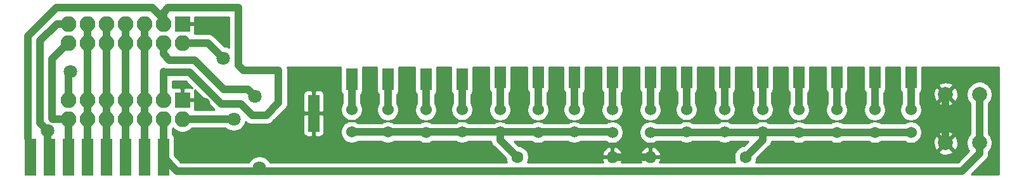
<source format=gbr>
G04 #@! TF.GenerationSoftware,KiCad,Pcbnew,(5.1.5)-3*
G04 #@! TF.CreationDate,2021-02-24T13:15:57+01:00*
G04 #@! TF.ProjectId,Projekt,50726f6a-656b-4742-9e6b-696361645f70,rev?*
G04 #@! TF.SameCoordinates,PX3778af0PY9765530*
G04 #@! TF.FileFunction,Copper,L2,Bot*
G04 #@! TF.FilePolarity,Positive*
%FSLAX46Y46*%
G04 Gerber Fmt 4.6, Leading zero omitted, Abs format (unit mm)*
G04 Created by KiCad (PCBNEW (5.1.5)-3) date 2021-02-24 13:15:57*
%MOMM*%
%LPD*%
G04 APERTURE LIST*
%ADD10R,1.500000X3.000000*%
%ADD11R,1.500000X5.000000*%
%ADD12C,1.524000*%
%ADD13O,2.100000X2.100000*%
%ADD14R,2.100000X2.100000*%
%ADD15C,1.600000*%
%ADD16O,1.600000X1.600000*%
%ADD17C,2.000000*%
%ADD18C,1.800000*%
%ADD19C,1.000000*%
%ADD20C,0.254000*%
G04 APERTURE END LIST*
D10*
X51562000Y15748000D03*
X91440000Y16002000D03*
X66548000Y16002000D03*
X56642000Y15748000D03*
D11*
X3810000Y5334000D03*
X6350000Y5334000D03*
X19050000Y5334000D03*
X16510000Y5334000D03*
X13970000Y5334000D03*
X11430000Y5334000D03*
X8890000Y5334000D03*
D10*
X96520000Y16002000D03*
X86614000Y16002000D03*
X76454000Y16002000D03*
X71628000Y16002000D03*
X81534000Y16002000D03*
X61468000Y15748000D03*
X46736000Y15748000D03*
D12*
X51562000Y8660000D03*
X51562000Y11660000D03*
X111506000Y8636000D03*
X111506000Y11636000D03*
X121412000Y8636000D03*
X121412000Y11636000D03*
D13*
X8890000Y10414000D03*
X8890000Y12954000D03*
X11430000Y10414000D03*
X11430000Y12954000D03*
X13970000Y10414000D03*
X13970000Y12954000D03*
X16510000Y10414000D03*
X16510000Y12954000D03*
X19050000Y10414000D03*
X19050000Y12954000D03*
X21590000Y10414000D03*
X21590000Y12954000D03*
X24130000Y10414000D03*
D14*
X24130000Y12954000D03*
D12*
X116586000Y8636000D03*
X116586000Y11636000D03*
D15*
X68834000Y5334000D03*
D16*
X81534000Y5334000D03*
D12*
X101600000Y8684000D03*
X101600000Y11684000D03*
X91440000Y8684000D03*
X91440000Y11684000D03*
X96520000Y8684000D03*
X96520000Y11684000D03*
X106426000Y8636000D03*
X106426000Y11636000D03*
D15*
X99314000Y5334000D03*
D16*
X86614000Y5334000D03*
D12*
X56642000Y8636000D03*
X56642000Y11636000D03*
D17*
X126056000Y13716000D03*
X130556000Y13716000D03*
X126056000Y7216000D03*
X130556000Y7216000D03*
D12*
X46736000Y8684000D03*
X46736000Y11684000D03*
X66548000Y8660000D03*
X66548000Y11660000D03*
X71628000Y8636000D03*
X71628000Y11636000D03*
X76454000Y8660000D03*
X76454000Y11660000D03*
X86614000Y8636000D03*
X86614000Y11636000D03*
X81534000Y8636000D03*
X81534000Y11636000D03*
X61468000Y8684000D03*
X61468000Y11684000D03*
D11*
X21590000Y5334000D03*
X41656000Y11176000D03*
D13*
X8890000Y20574000D03*
X8890000Y23114000D03*
X11430000Y20574000D03*
X11430000Y23114000D03*
X13970000Y20574000D03*
X13970000Y23114000D03*
X16510000Y20574000D03*
X16510000Y23114000D03*
X19050000Y20574000D03*
X19050000Y23114000D03*
X21590000Y20574000D03*
X21590000Y23114000D03*
X24130000Y20574000D03*
D14*
X24130000Y23114000D03*
D10*
X121412000Y16002000D03*
X116586000Y16002000D03*
X106426000Y16002000D03*
X101600000Y16002000D03*
X111506000Y16002000D03*
D18*
X33782000Y13462000D03*
X34412001Y3846000D03*
X84074000Y7112000D03*
X38608000Y6350000D03*
X28956000Y22860000D03*
X26924000Y12446000D03*
X30988000Y10414000D03*
X29605990Y18533037D03*
X9144000Y16764000D03*
X6096000Y8890000D03*
D19*
X46736000Y11684000D02*
X46736000Y15240000D01*
X51562000Y11660000D02*
X51562000Y15240000D01*
X56642000Y11636000D02*
X56642000Y15240000D01*
X61468000Y11684000D02*
X61468000Y15240000D01*
X66548000Y11660000D02*
X66548000Y15240000D01*
X71628000Y11636000D02*
X71628000Y15240000D01*
X76454000Y11660000D02*
X76454000Y15240000D01*
X81534000Y11636000D02*
X81534000Y15240000D01*
X86614000Y11636000D02*
X86614000Y15240000D01*
X96520000Y11684000D02*
X96520000Y15240000D01*
X91440000Y11684000D02*
X91440000Y15240000D01*
X101600000Y11684000D02*
X101600000Y15240000D01*
X130556000Y7216000D02*
X130556000Y13716000D01*
X128200223Y3446010D02*
X124337999Y3446010D01*
X21590000Y10414000D02*
X21590000Y6350000D01*
X32882001Y14361999D02*
X29667999Y14361999D01*
X25741998Y18288000D02*
X22391076Y18288000D01*
X33782000Y13462000D02*
X32882001Y14361999D01*
X130556000Y5801787D02*
X128200223Y3446010D01*
X21590000Y10414000D02*
X21590000Y8929076D01*
X22391076Y18288000D02*
X21590000Y19089076D01*
X21590000Y6350000D02*
X21590000Y5289340D01*
X23445341Y3433999D02*
X124337999Y3433999D01*
X29667999Y14361999D02*
X25741998Y18288000D01*
X21590000Y5289340D02*
X23445341Y3433999D01*
X130556000Y7216000D02*
X130556000Y5801787D01*
X21590000Y19089076D02*
X21590000Y20574000D01*
X19050000Y10414000D02*
X19050000Y6350000D01*
X19050000Y20574000D02*
X19050000Y23114000D01*
X19050000Y12954000D02*
X19050000Y20574000D01*
X19050000Y10414000D02*
X19050000Y12954000D01*
X16510000Y10414000D02*
X16510000Y6350000D01*
X16510000Y23114000D02*
X16510000Y10414000D01*
X11430000Y10414000D02*
X11430000Y6350000D01*
X11430000Y23114000D02*
X11430000Y10414000D01*
X6840000Y10414000D02*
X6739999Y10514001D01*
X8890000Y10414000D02*
X6840000Y10414000D01*
X6739999Y18423999D02*
X7840001Y19524001D01*
X7840001Y19524001D02*
X8890000Y20574000D01*
X6739999Y10514001D02*
X6739999Y18423999D01*
X8890000Y10414000D02*
X8890000Y6350000D01*
X106426000Y11636000D02*
X106426000Y15240000D01*
X111506000Y11636000D02*
X111506000Y15240000D01*
X116586000Y11636000D02*
X116586000Y15240000D01*
X121412000Y11636000D02*
X121412000Y15240000D01*
X46736000Y8684000D02*
X81486000Y8684000D01*
X66548000Y7620000D02*
X68834000Y5334000D01*
X66548000Y8660000D02*
X66548000Y7620000D01*
X81486000Y8684000D02*
X81534000Y8636000D01*
X86614000Y8636000D02*
X121412000Y8636000D01*
X101600000Y7620000D02*
X99314000Y5334000D01*
X101600000Y8684000D02*
X101600000Y7620000D01*
X13970000Y10414000D02*
X13970000Y6350000D01*
X13970000Y10414000D02*
X13970000Y23114000D01*
X81534000Y5334000D02*
X86614000Y5334000D01*
X126056000Y13716000D02*
X126056000Y7216000D01*
X21590000Y16764000D02*
X21652321Y16764000D01*
X29353242Y12414001D02*
X31948001Y12414001D01*
X3539979Y21511658D02*
X3539979Y7890021D01*
X21728331Y16687990D02*
X25079253Y16687990D01*
X31605990Y25264001D02*
X22255077Y25264001D01*
X36974010Y16873990D02*
X32285509Y16873990D01*
X31948001Y12414001D02*
X33440002Y10922000D01*
X21590000Y24598924D02*
X21590000Y23114000D01*
X33440002Y10922000D02*
X35306000Y10922000D01*
X22255077Y25264001D02*
X21590000Y24598924D01*
X25079253Y16687990D02*
X29353242Y12414001D01*
X36974010Y12590010D02*
X36974010Y16873990D01*
X21590000Y12954000D02*
X21590000Y16764000D01*
X21590000Y23756002D02*
X20082001Y25264001D01*
X20082001Y25264001D02*
X7292322Y25264001D01*
X21652321Y16764000D02*
X21728331Y16687990D01*
X32285509Y16873990D02*
X31605990Y17553509D01*
X31605990Y17553509D02*
X31605990Y25264001D01*
X35306000Y10922000D02*
X36974010Y12590010D01*
X7292322Y25264001D02*
X3539979Y21511658D01*
X21590000Y23114000D02*
X21590000Y23756002D01*
X27565027Y20574000D02*
X29605990Y18533037D01*
X24130000Y20574000D02*
X27565027Y20574000D01*
X30988000Y10414000D02*
X24130000Y10414000D01*
X5139989Y12386011D02*
X5139989Y9846011D01*
X5139989Y9846011D02*
X6096000Y8890000D01*
X6096000Y8890000D02*
X6096000Y7874000D01*
X8890000Y23114000D02*
X7405076Y23114000D01*
X5139989Y20848913D02*
X5139989Y12386011D01*
X8890000Y16510000D02*
X9144000Y16764000D01*
X7405076Y23114000D02*
X5139989Y20848913D01*
X8890000Y12954000D02*
X8890000Y16510000D01*
D20*
G36*
X22860000Y9170943D02*
G01*
X22997229Y9033714D01*
X23288275Y8839243D01*
X23611668Y8705289D01*
X23954981Y8637000D01*
X24305019Y8637000D01*
X24648332Y8705289D01*
X24971725Y8839243D01*
X25262771Y9033714D01*
X25416058Y9187001D01*
X29914075Y9187000D01*
X29950848Y9150227D01*
X30217327Y8972172D01*
X30513422Y8849525D01*
X30827755Y8787000D01*
X31148245Y8787000D01*
X31462578Y8849525D01*
X31758673Y8972172D01*
X32025152Y9150227D01*
X32251773Y9376848D01*
X32429828Y9643327D01*
X32552475Y9939422D01*
X32573620Y10045723D01*
X32755020Y9896851D01*
X32968179Y9782916D01*
X33199469Y9712755D01*
X33379735Y9695000D01*
X33379742Y9695000D01*
X33440002Y9689065D01*
X33500263Y9695000D01*
X35245730Y9695001D01*
X35306000Y9689065D01*
X35546533Y9712755D01*
X35675774Y9751960D01*
X35777824Y9782917D01*
X35990983Y9896852D01*
X36177817Y10050184D01*
X36216234Y10096995D01*
X37799015Y11679775D01*
X37845827Y11718193D01*
X37999159Y11905027D01*
X38113094Y12118186D01*
X38183255Y12349476D01*
X38201010Y12529742D01*
X38201010Y12529749D01*
X38206945Y12590009D01*
X38201010Y12650269D01*
X38201010Y16813722D01*
X38206946Y16873990D01*
X38201010Y16934258D01*
X38183255Y17114524D01*
X38115161Y17339000D01*
X45264446Y17339000D01*
X45255483Y17248000D01*
X45255483Y14248000D01*
X45269520Y14105483D01*
X45311090Y13968443D01*
X45378597Y13842147D01*
X45469446Y13731446D01*
X45509000Y13698985D01*
X45509000Y12527794D01*
X45416465Y12389306D01*
X45304221Y12118325D01*
X45247000Y11830654D01*
X45247000Y11537346D01*
X45304221Y11249675D01*
X45416465Y10978694D01*
X45579418Y10734818D01*
X45786818Y10527418D01*
X46030694Y10364465D01*
X46301675Y10252221D01*
X46589346Y10195000D01*
X46882654Y10195000D01*
X47170325Y10252221D01*
X47441306Y10364465D01*
X47685182Y10527418D01*
X47892582Y10734818D01*
X48055535Y10978694D01*
X48167779Y11249675D01*
X48225000Y11537346D01*
X48225000Y11830654D01*
X48167779Y12118325D01*
X48055535Y12389306D01*
X47963000Y12527794D01*
X47963000Y13698985D01*
X48002554Y13731446D01*
X48093403Y13842147D01*
X48160910Y13968443D01*
X48202480Y14105483D01*
X48216517Y14248000D01*
X48216517Y17248000D01*
X48207554Y17339000D01*
X50090446Y17339000D01*
X50081483Y17248000D01*
X50081483Y14248000D01*
X50095520Y14105483D01*
X50137090Y13968443D01*
X50204597Y13842147D01*
X50295446Y13731446D01*
X50335000Y13698985D01*
X50335000Y12503794D01*
X50242465Y12365306D01*
X50130221Y12094325D01*
X50073000Y11806654D01*
X50073000Y11513346D01*
X50130221Y11225675D01*
X50242465Y10954694D01*
X50405418Y10710818D01*
X50612818Y10503418D01*
X50856694Y10340465D01*
X51127675Y10228221D01*
X51415346Y10171000D01*
X51708654Y10171000D01*
X51996325Y10228221D01*
X52267306Y10340465D01*
X52511182Y10503418D01*
X52718582Y10710818D01*
X52881535Y10954694D01*
X52993779Y11225675D01*
X53051000Y11513346D01*
X53051000Y11806654D01*
X52993779Y12094325D01*
X52881535Y12365306D01*
X52789000Y12503794D01*
X52789000Y13698985D01*
X52828554Y13731446D01*
X52919403Y13842147D01*
X52986910Y13968443D01*
X53028480Y14105483D01*
X53042517Y14248000D01*
X53042517Y17248000D01*
X53033554Y17339000D01*
X55170446Y17339000D01*
X55161483Y17248000D01*
X55161483Y14248000D01*
X55175520Y14105483D01*
X55217090Y13968443D01*
X55284597Y13842147D01*
X55375446Y13731446D01*
X55415000Y13698985D01*
X55415000Y12479794D01*
X55322465Y12341306D01*
X55210221Y12070325D01*
X55153000Y11782654D01*
X55153000Y11489346D01*
X55210221Y11201675D01*
X55322465Y10930694D01*
X55485418Y10686818D01*
X55692818Y10479418D01*
X55936694Y10316465D01*
X56207675Y10204221D01*
X56495346Y10147000D01*
X56788654Y10147000D01*
X57076325Y10204221D01*
X57347306Y10316465D01*
X57591182Y10479418D01*
X57798582Y10686818D01*
X57961535Y10930694D01*
X58073779Y11201675D01*
X58131000Y11489346D01*
X58131000Y11782654D01*
X58073779Y12070325D01*
X57961535Y12341306D01*
X57869000Y12479794D01*
X57869000Y13698985D01*
X57908554Y13731446D01*
X57999403Y13842147D01*
X58066910Y13968443D01*
X58108480Y14105483D01*
X58122517Y14248000D01*
X58122517Y17248000D01*
X58113554Y17339000D01*
X59996446Y17339000D01*
X59987483Y17248000D01*
X59987483Y14248000D01*
X60001520Y14105483D01*
X60043090Y13968443D01*
X60110597Y13842147D01*
X60201446Y13731446D01*
X60241000Y13698985D01*
X60241000Y12527794D01*
X60148465Y12389306D01*
X60036221Y12118325D01*
X59979000Y11830654D01*
X59979000Y11537346D01*
X60036221Y11249675D01*
X60148465Y10978694D01*
X60311418Y10734818D01*
X60518818Y10527418D01*
X60762694Y10364465D01*
X61033675Y10252221D01*
X61321346Y10195000D01*
X61614654Y10195000D01*
X61902325Y10252221D01*
X62173306Y10364465D01*
X62417182Y10527418D01*
X62624582Y10734818D01*
X62787535Y10978694D01*
X62899779Y11249675D01*
X62957000Y11537346D01*
X62957000Y11830654D01*
X62899779Y12118325D01*
X62787535Y12389306D01*
X62695000Y12527794D01*
X62695000Y13698985D01*
X62734554Y13731446D01*
X62825403Y13842147D01*
X62892910Y13968443D01*
X62934480Y14105483D01*
X62948517Y14248000D01*
X62948517Y17248000D01*
X62939554Y17339000D01*
X65067483Y17339000D01*
X65067483Y14502000D01*
X65081520Y14359483D01*
X65123090Y14222443D01*
X65190597Y14096147D01*
X65281446Y13985446D01*
X65321000Y13952985D01*
X65321000Y12503794D01*
X65228465Y12365306D01*
X65116221Y12094325D01*
X65059000Y11806654D01*
X65059000Y11513346D01*
X65116221Y11225675D01*
X65228465Y10954694D01*
X65391418Y10710818D01*
X65598818Y10503418D01*
X65842694Y10340465D01*
X66113675Y10228221D01*
X66401346Y10171000D01*
X66694654Y10171000D01*
X66982325Y10228221D01*
X67253306Y10340465D01*
X67497182Y10503418D01*
X67704582Y10710818D01*
X67867535Y10954694D01*
X67979779Y11225675D01*
X68037000Y11513346D01*
X68037000Y11806654D01*
X67979779Y12094325D01*
X67867535Y12365306D01*
X67775000Y12503794D01*
X67775000Y13952985D01*
X67814554Y13985446D01*
X67905403Y14096147D01*
X67972910Y14222443D01*
X68014480Y14359483D01*
X68028517Y14502000D01*
X68028517Y17339000D01*
X70147483Y17339000D01*
X70147483Y14502000D01*
X70161520Y14359483D01*
X70203090Y14222443D01*
X70270597Y14096147D01*
X70361446Y13985446D01*
X70401000Y13952985D01*
X70401000Y12479794D01*
X70308465Y12341306D01*
X70196221Y12070325D01*
X70139000Y11782654D01*
X70139000Y11489346D01*
X70196221Y11201675D01*
X70308465Y10930694D01*
X70471418Y10686818D01*
X70678818Y10479418D01*
X70922694Y10316465D01*
X71193675Y10204221D01*
X71481346Y10147000D01*
X71774654Y10147000D01*
X72062325Y10204221D01*
X72333306Y10316465D01*
X72577182Y10479418D01*
X72784582Y10686818D01*
X72947535Y10930694D01*
X73059779Y11201675D01*
X73117000Y11489346D01*
X73117000Y11782654D01*
X73059779Y12070325D01*
X72947535Y12341306D01*
X72855000Y12479794D01*
X72855000Y13952985D01*
X72894554Y13985446D01*
X72985403Y14096147D01*
X73052910Y14222443D01*
X73094480Y14359483D01*
X73108517Y14502000D01*
X73108517Y17339000D01*
X74973483Y17339000D01*
X74973483Y14502000D01*
X74987520Y14359483D01*
X75029090Y14222443D01*
X75096597Y14096147D01*
X75187446Y13985446D01*
X75227000Y13952985D01*
X75227000Y12503794D01*
X75134465Y12365306D01*
X75022221Y12094325D01*
X74965000Y11806654D01*
X74965000Y11513346D01*
X75022221Y11225675D01*
X75134465Y10954694D01*
X75297418Y10710818D01*
X75504818Y10503418D01*
X75748694Y10340465D01*
X76019675Y10228221D01*
X76307346Y10171000D01*
X76600654Y10171000D01*
X76888325Y10228221D01*
X77159306Y10340465D01*
X77403182Y10503418D01*
X77610582Y10710818D01*
X77773535Y10954694D01*
X77885779Y11225675D01*
X77943000Y11513346D01*
X77943000Y11806654D01*
X77885779Y12094325D01*
X77773535Y12365306D01*
X77681000Y12503794D01*
X77681000Y13952985D01*
X77720554Y13985446D01*
X77811403Y14096147D01*
X77878910Y14222443D01*
X77920480Y14359483D01*
X77934517Y14502000D01*
X77934517Y17339000D01*
X80053483Y17339000D01*
X80053483Y14502000D01*
X80067520Y14359483D01*
X80109090Y14222443D01*
X80176597Y14096147D01*
X80267446Y13985446D01*
X80307000Y13952985D01*
X80307000Y12479794D01*
X80214465Y12341306D01*
X80102221Y12070325D01*
X80045000Y11782654D01*
X80045000Y11489346D01*
X80102221Y11201675D01*
X80214465Y10930694D01*
X80377418Y10686818D01*
X80584818Y10479418D01*
X80828694Y10316465D01*
X81099675Y10204221D01*
X81387346Y10147000D01*
X81680654Y10147000D01*
X81968325Y10204221D01*
X82239306Y10316465D01*
X82483182Y10479418D01*
X82690582Y10686818D01*
X82853535Y10930694D01*
X82965779Y11201675D01*
X83023000Y11489346D01*
X83023000Y11782654D01*
X82965779Y12070325D01*
X82853535Y12341306D01*
X82761000Y12479794D01*
X82761000Y13952985D01*
X82800554Y13985446D01*
X82891403Y14096147D01*
X82958910Y14222443D01*
X83000480Y14359483D01*
X83014517Y14502000D01*
X83014517Y17339000D01*
X85133483Y17339001D01*
X85133483Y14502000D01*
X85147520Y14359483D01*
X85189090Y14222443D01*
X85256597Y14096147D01*
X85347446Y13985446D01*
X85387000Y13952985D01*
X85387000Y12479794D01*
X85294465Y12341306D01*
X85182221Y12070325D01*
X85125000Y11782654D01*
X85125000Y11489346D01*
X85182221Y11201675D01*
X85294465Y10930694D01*
X85457418Y10686818D01*
X85664818Y10479418D01*
X85908694Y10316465D01*
X86179675Y10204221D01*
X86467346Y10147000D01*
X86760654Y10147000D01*
X87048325Y10204221D01*
X87319306Y10316465D01*
X87563182Y10479418D01*
X87770582Y10686818D01*
X87933535Y10930694D01*
X88045779Y11201675D01*
X88103000Y11489346D01*
X88103000Y11782654D01*
X88045779Y12070325D01*
X87933535Y12341306D01*
X87841000Y12479794D01*
X87841000Y13952985D01*
X87880554Y13985446D01*
X87971403Y14096147D01*
X88038910Y14222443D01*
X88080480Y14359483D01*
X88094517Y14502000D01*
X88094517Y17339001D01*
X89959483Y17339001D01*
X89959483Y14502000D01*
X89973520Y14359483D01*
X90015090Y14222443D01*
X90082597Y14096147D01*
X90173446Y13985446D01*
X90213000Y13952985D01*
X90213000Y12527794D01*
X90120465Y12389306D01*
X90008221Y12118325D01*
X89951000Y11830654D01*
X89951000Y11537346D01*
X90008221Y11249675D01*
X90120465Y10978694D01*
X90283418Y10734818D01*
X90490818Y10527418D01*
X90734694Y10364465D01*
X91005675Y10252221D01*
X91293346Y10195000D01*
X91586654Y10195000D01*
X91874325Y10252221D01*
X92145306Y10364465D01*
X92389182Y10527418D01*
X92596582Y10734818D01*
X92759535Y10978694D01*
X92871779Y11249675D01*
X92929000Y11537346D01*
X92929000Y11830654D01*
X92871779Y12118325D01*
X92759535Y12389306D01*
X92667000Y12527794D01*
X92667000Y13952985D01*
X92706554Y13985446D01*
X92797403Y14096147D01*
X92864910Y14222443D01*
X92906480Y14359483D01*
X92920517Y14502000D01*
X92920517Y17339001D01*
X95039483Y17339001D01*
X95039483Y14502000D01*
X95053520Y14359483D01*
X95095090Y14222443D01*
X95162597Y14096147D01*
X95253446Y13985446D01*
X95293000Y13952985D01*
X95293000Y12527794D01*
X95200465Y12389306D01*
X95088221Y12118325D01*
X95031000Y11830654D01*
X95031000Y11537346D01*
X95088221Y11249675D01*
X95200465Y10978694D01*
X95363418Y10734818D01*
X95570818Y10527418D01*
X95814694Y10364465D01*
X96085675Y10252221D01*
X96373346Y10195000D01*
X96666654Y10195000D01*
X96954325Y10252221D01*
X97225306Y10364465D01*
X97469182Y10527418D01*
X97676582Y10734818D01*
X97839535Y10978694D01*
X97951779Y11249675D01*
X98009000Y11537346D01*
X98009000Y11830654D01*
X97951779Y12118325D01*
X97839535Y12389306D01*
X97747000Y12527794D01*
X97747000Y13952985D01*
X97786554Y13985446D01*
X97877403Y14096147D01*
X97944910Y14222443D01*
X97986480Y14359483D01*
X98000517Y14502000D01*
X98000517Y17339001D01*
X100119483Y17339001D01*
X100119483Y14502000D01*
X100133520Y14359483D01*
X100175090Y14222443D01*
X100242597Y14096147D01*
X100333446Y13985446D01*
X100373000Y13952985D01*
X100373000Y12527794D01*
X100280465Y12389306D01*
X100168221Y12118325D01*
X100111000Y11830654D01*
X100111000Y11537346D01*
X100168221Y11249675D01*
X100280465Y10978694D01*
X100443418Y10734818D01*
X100650818Y10527418D01*
X100894694Y10364465D01*
X101165675Y10252221D01*
X101453346Y10195000D01*
X101746654Y10195000D01*
X102034325Y10252221D01*
X102305306Y10364465D01*
X102549182Y10527418D01*
X102756582Y10734818D01*
X102919535Y10978694D01*
X103031779Y11249675D01*
X103089000Y11537346D01*
X103089000Y11830654D01*
X103031779Y12118325D01*
X102919535Y12389306D01*
X102827000Y12527794D01*
X102827000Y13952985D01*
X102866554Y13985446D01*
X102957403Y14096147D01*
X103024910Y14222443D01*
X103066480Y14359483D01*
X103080517Y14502000D01*
X103080517Y17339001D01*
X104945483Y17339001D01*
X104945483Y14502000D01*
X104959520Y14359483D01*
X105001090Y14222443D01*
X105068597Y14096147D01*
X105159446Y13985446D01*
X105199000Y13952985D01*
X105199000Y12479794D01*
X105106465Y12341306D01*
X104994221Y12070325D01*
X104937000Y11782654D01*
X104937000Y11489346D01*
X104994221Y11201675D01*
X105106465Y10930694D01*
X105269418Y10686818D01*
X105476818Y10479418D01*
X105720694Y10316465D01*
X105991675Y10204221D01*
X106279346Y10147000D01*
X106572654Y10147000D01*
X106860325Y10204221D01*
X107131306Y10316465D01*
X107375182Y10479418D01*
X107582582Y10686818D01*
X107745535Y10930694D01*
X107857779Y11201675D01*
X107915000Y11489346D01*
X107915000Y11782654D01*
X107857779Y12070325D01*
X107745535Y12341306D01*
X107653000Y12479794D01*
X107653000Y13952985D01*
X107692554Y13985446D01*
X107783403Y14096147D01*
X107850910Y14222443D01*
X107892480Y14359483D01*
X107906517Y14502000D01*
X107906517Y17339001D01*
X110025483Y17339001D01*
X110025483Y14502000D01*
X110039520Y14359483D01*
X110081090Y14222443D01*
X110148597Y14096147D01*
X110239446Y13985446D01*
X110279000Y13952985D01*
X110279000Y12479794D01*
X110186465Y12341306D01*
X110074221Y12070325D01*
X110017000Y11782654D01*
X110017000Y11489346D01*
X110074221Y11201675D01*
X110186465Y10930694D01*
X110349418Y10686818D01*
X110556818Y10479418D01*
X110800694Y10316465D01*
X111071675Y10204221D01*
X111359346Y10147000D01*
X111652654Y10147000D01*
X111940325Y10204221D01*
X112211306Y10316465D01*
X112455182Y10479418D01*
X112662582Y10686818D01*
X112825535Y10930694D01*
X112937779Y11201675D01*
X112995000Y11489346D01*
X112995000Y11782654D01*
X112937779Y12070325D01*
X112825535Y12341306D01*
X112733000Y12479794D01*
X112733000Y13952985D01*
X112772554Y13985446D01*
X112863403Y14096147D01*
X112930910Y14222443D01*
X112972480Y14359483D01*
X112986517Y14502000D01*
X112986517Y17339001D01*
X115105483Y17339001D01*
X115105483Y14502000D01*
X115119520Y14359483D01*
X115161090Y14222443D01*
X115228597Y14096147D01*
X115319446Y13985446D01*
X115359000Y13952985D01*
X115359000Y12479794D01*
X115266465Y12341306D01*
X115154221Y12070325D01*
X115097000Y11782654D01*
X115097000Y11489346D01*
X115154221Y11201675D01*
X115266465Y10930694D01*
X115429418Y10686818D01*
X115636818Y10479418D01*
X115880694Y10316465D01*
X116151675Y10204221D01*
X116439346Y10147000D01*
X116732654Y10147000D01*
X117020325Y10204221D01*
X117291306Y10316465D01*
X117535182Y10479418D01*
X117742582Y10686818D01*
X117905535Y10930694D01*
X118017779Y11201675D01*
X118075000Y11489346D01*
X118075000Y11782654D01*
X118017779Y12070325D01*
X117905535Y12341306D01*
X117813000Y12479794D01*
X117813000Y13952985D01*
X117852554Y13985446D01*
X117943403Y14096147D01*
X118010910Y14222443D01*
X118052480Y14359483D01*
X118066517Y14502000D01*
X118066517Y17339001D01*
X119931483Y17339001D01*
X119931483Y14502000D01*
X119945520Y14359483D01*
X119987090Y14222443D01*
X120054597Y14096147D01*
X120145446Y13985446D01*
X120185000Y13952985D01*
X120185000Y12479794D01*
X120092465Y12341306D01*
X119980221Y12070325D01*
X119923000Y11782654D01*
X119923000Y11489346D01*
X119980221Y11201675D01*
X120092465Y10930694D01*
X120255418Y10686818D01*
X120462818Y10479418D01*
X120706694Y10316465D01*
X120977675Y10204221D01*
X121265346Y10147000D01*
X121558654Y10147000D01*
X121846325Y10204221D01*
X122117306Y10316465D01*
X122361182Y10479418D01*
X122568582Y10686818D01*
X122731535Y10930694D01*
X122843779Y11201675D01*
X122901000Y11489346D01*
X122901000Y11782654D01*
X122843779Y12070325D01*
X122731535Y12341306D01*
X122639000Y12479794D01*
X122639000Y13952985D01*
X122678554Y13985446D01*
X122769403Y14096147D01*
X122836910Y14222443D01*
X122878480Y14359483D01*
X122892517Y14502000D01*
X122892517Y17339001D01*
X133163000Y17339001D01*
X133163000Y2981000D01*
X129470452Y2981000D01*
X131381005Y4891552D01*
X131427817Y4929970D01*
X131581149Y5116804D01*
X131695084Y5329963D01*
X131765246Y5561253D01*
X131777111Y5681733D01*
X131783000Y5741519D01*
X131783000Y5741524D01*
X131788935Y5801787D01*
X131783000Y5862050D01*
X131783000Y6000654D01*
X131897448Y6115102D01*
X132086447Y6397959D01*
X132216632Y6712253D01*
X132283000Y7045905D01*
X132283000Y7386095D01*
X132216632Y7719747D01*
X132086447Y8034041D01*
X131897448Y8316898D01*
X131783000Y8431346D01*
X131783000Y12500654D01*
X131897448Y12615102D01*
X132086447Y12897959D01*
X132216632Y13212253D01*
X132283000Y13545905D01*
X132283000Y13886095D01*
X132216632Y14219747D01*
X132086447Y14534041D01*
X131897448Y14816898D01*
X131656898Y15057448D01*
X131374041Y15246447D01*
X131059747Y15376632D01*
X130726095Y15443000D01*
X130385905Y15443000D01*
X130052253Y15376632D01*
X129737959Y15246447D01*
X129455102Y15057448D01*
X129214552Y14816898D01*
X129025553Y14534041D01*
X128895368Y14219747D01*
X128829000Y13886095D01*
X128829000Y13545905D01*
X128895368Y13212253D01*
X129025553Y12897959D01*
X129214552Y12615102D01*
X129329000Y12500654D01*
X129329000Y8431346D01*
X129214552Y8316898D01*
X129025553Y8034041D01*
X128895368Y7719747D01*
X128829000Y7386095D01*
X128829000Y7045905D01*
X128895368Y6712253D01*
X129025553Y6397959D01*
X129182318Y6163344D01*
X127691984Y4673010D01*
X127191413Y4673010D01*
X127191413Y6260192D01*
X127455814Y6355956D01*
X127596704Y6645571D01*
X127678384Y6957108D01*
X127697718Y7278595D01*
X127653961Y7597675D01*
X127548795Y7902088D01*
X127455814Y8076044D01*
X127191413Y8171808D01*
X127191413Y12760192D01*
X127455814Y12855956D01*
X127596704Y13145571D01*
X127678384Y13457108D01*
X127697718Y13778595D01*
X127653961Y14097675D01*
X127548795Y14402088D01*
X127455814Y14576044D01*
X127191413Y14671808D01*
X126235605Y13716000D01*
X127191413Y12760192D01*
X127191413Y8171808D01*
X126235605Y7216000D01*
X127191413Y6260192D01*
X127191413Y4673010D01*
X126118595Y4673010D01*
X126118595Y5574282D01*
X126437675Y5618039D01*
X126742088Y5723205D01*
X126916044Y5816186D01*
X127011808Y6080587D01*
X126056000Y7036395D01*
X126056000Y7395605D01*
X127011808Y8351413D01*
X126916044Y8615814D01*
X126626429Y8756704D01*
X126314892Y8838384D01*
X126118595Y8850189D01*
X126118595Y12074282D01*
X126437675Y12118039D01*
X126742088Y12223205D01*
X126916044Y12316186D01*
X127011808Y12580587D01*
X126056000Y13536395D01*
X126056000Y13895605D01*
X127011808Y14851413D01*
X126916044Y15115814D01*
X126626429Y15256704D01*
X126314892Y15338384D01*
X125993405Y15357718D01*
X125674325Y15313961D01*
X125369912Y15208795D01*
X125195956Y15115814D01*
X125100192Y14851413D01*
X126056000Y13895605D01*
X126056000Y13536395D01*
X125100192Y12580587D01*
X125195956Y12316186D01*
X125485571Y12175296D01*
X125797108Y12093616D01*
X126118595Y12074282D01*
X126118595Y8850189D01*
X125993405Y8857718D01*
X125674325Y8813961D01*
X125369912Y8708795D01*
X125195956Y8615814D01*
X125100192Y8351413D01*
X126056000Y7395605D01*
X126056000Y7036395D01*
X125100192Y6080587D01*
X125195956Y5816186D01*
X125485571Y5675296D01*
X125797108Y5593616D01*
X126118595Y5574282D01*
X126118595Y4673010D01*
X124920587Y4673010D01*
X124920587Y6260192D01*
X125876395Y7216000D01*
X124920587Y8171808D01*
X124920587Y12760192D01*
X125876395Y13716000D01*
X124920587Y14671808D01*
X124656186Y14576044D01*
X124515296Y14286429D01*
X124433616Y13974892D01*
X124414282Y13653405D01*
X124458039Y13334325D01*
X124563205Y13029912D01*
X124656186Y12855956D01*
X124920587Y12760192D01*
X124920587Y8171808D01*
X124656186Y8076044D01*
X124515296Y7786429D01*
X124433616Y7474892D01*
X124414282Y7153405D01*
X124458039Y6834325D01*
X124563205Y6529912D01*
X124656186Y6355956D01*
X124920587Y6260192D01*
X124920587Y4673010D01*
X124277731Y4673010D01*
X124155784Y4660999D01*
X100688047Y4660999D01*
X100782319Y4888590D01*
X100826638Y5111398D01*
X102425005Y6709765D01*
X102471817Y6748183D01*
X102625149Y6935017D01*
X102739084Y7148176D01*
X102809245Y7379466D01*
X102812154Y7409000D01*
X105582205Y7409001D01*
X105720694Y7316465D01*
X105991675Y7204221D01*
X106279346Y7147000D01*
X106572654Y7147000D01*
X106860325Y7204221D01*
X107131306Y7316465D01*
X107269795Y7409001D01*
X110662205Y7409001D01*
X110800694Y7316465D01*
X111071675Y7204221D01*
X111359346Y7147000D01*
X111652654Y7147000D01*
X111940325Y7204221D01*
X112211306Y7316465D01*
X112349795Y7409001D01*
X115742205Y7409001D01*
X115880694Y7316465D01*
X116151675Y7204221D01*
X116439346Y7147000D01*
X116732654Y7147000D01*
X117020325Y7204221D01*
X117291306Y7316465D01*
X117429796Y7409001D01*
X120568204Y7409001D01*
X120706694Y7316465D01*
X120977675Y7204221D01*
X121265346Y7147000D01*
X121558654Y7147000D01*
X121846325Y7204221D01*
X122117306Y7316465D01*
X122361182Y7479418D01*
X122568582Y7686818D01*
X122731535Y7930694D01*
X122843779Y8201675D01*
X122901000Y8489346D01*
X122901000Y8782654D01*
X122843779Y9070325D01*
X122731535Y9341306D01*
X122568582Y9585182D01*
X122361182Y9792582D01*
X122117306Y9955535D01*
X121846325Y10067779D01*
X121558654Y10125000D01*
X121265346Y10125000D01*
X120977675Y10067779D01*
X120706694Y9955535D01*
X120568206Y9863000D01*
X117429794Y9863000D01*
X117291306Y9955535D01*
X117020325Y10067779D01*
X116732654Y10125000D01*
X116439346Y10125000D01*
X116151675Y10067779D01*
X115880694Y9955535D01*
X115742206Y9863000D01*
X112349794Y9863000D01*
X112211306Y9955535D01*
X111940325Y10067779D01*
X111652654Y10125000D01*
X111359346Y10125000D01*
X111071675Y10067779D01*
X110800694Y9955535D01*
X110662206Y9863000D01*
X107269794Y9863000D01*
X107131306Y9955535D01*
X106860325Y10067779D01*
X106572654Y10125000D01*
X106279346Y10125000D01*
X105991675Y10067779D01*
X105720694Y9955535D01*
X105582206Y9863000D01*
X102515631Y9863000D01*
X102305306Y10003535D01*
X102034325Y10115779D01*
X101746654Y10173000D01*
X101453346Y10173000D01*
X101165675Y10115779D01*
X100894694Y10003535D01*
X100684369Y9863000D01*
X97435631Y9863000D01*
X97225306Y10003535D01*
X96954325Y10115779D01*
X96666654Y10173000D01*
X96373346Y10173000D01*
X96085675Y10115779D01*
X95814694Y10003535D01*
X95604369Y9863000D01*
X92355631Y9863000D01*
X92145306Y10003535D01*
X91874325Y10115779D01*
X91586654Y10173000D01*
X91293346Y10173000D01*
X91005675Y10115779D01*
X90734694Y10003535D01*
X90524369Y9863000D01*
X87457794Y9863000D01*
X87319306Y9955535D01*
X87048325Y10067779D01*
X86760654Y10125000D01*
X86467346Y10125000D01*
X86179675Y10067779D01*
X85908694Y9955535D01*
X85664818Y9792582D01*
X85457418Y9585182D01*
X85294465Y9341306D01*
X85182221Y9070325D01*
X85125000Y8782654D01*
X85125000Y8489346D01*
X85182221Y8201675D01*
X85294465Y7930694D01*
X85457418Y7686818D01*
X85664818Y7479418D01*
X85908694Y7316465D01*
X86179675Y7204221D01*
X86467346Y7147000D01*
X86760654Y7147000D01*
X87048325Y7204221D01*
X87319306Y7316465D01*
X87457794Y7409000D01*
X90668043Y7409000D01*
X90734694Y7364465D01*
X91005675Y7252221D01*
X91293346Y7195000D01*
X91586654Y7195000D01*
X91874325Y7252221D01*
X92145306Y7364465D01*
X92211957Y7409000D01*
X95748042Y7409000D01*
X95814694Y7364465D01*
X96085675Y7252221D01*
X96373346Y7195000D01*
X96666654Y7195000D01*
X96954325Y7252221D01*
X97225306Y7364465D01*
X97291958Y7409000D01*
X99653761Y7409000D01*
X99091398Y6846638D01*
X98868590Y6802319D01*
X98590694Y6687210D01*
X98340594Y6520099D01*
X98127901Y6307406D01*
X97960790Y6057306D01*
X97845681Y5779410D01*
X97787000Y5484396D01*
X97787000Y5183604D01*
X97845681Y4888590D01*
X97939953Y4660999D01*
X87875484Y4660999D01*
X87965246Y4850913D01*
X88005904Y4984961D01*
X87883915Y5207000D01*
X86741000Y5207000D01*
X86741000Y5461000D01*
X87883915Y5461000D01*
X88005904Y5683039D01*
X87965246Y5817087D01*
X87845037Y6071420D01*
X87677519Y6297414D01*
X87469131Y6486385D01*
X87227881Y6631070D01*
X86963040Y6725909D01*
X86741000Y6604624D01*
X86741000Y5461000D01*
X86741000Y5207000D01*
X86741000Y5187000D01*
X86487000Y5187000D01*
X86487000Y5207000D01*
X85344085Y5207000D01*
X85344085Y5461000D01*
X86487000Y5461000D01*
X86487000Y6604624D01*
X86264960Y6725909D01*
X86000119Y6631070D01*
X85758869Y6486385D01*
X85550481Y6297414D01*
X85382963Y6071420D01*
X85262754Y5817087D01*
X85222096Y5683039D01*
X85344085Y5461000D01*
X85344085Y5207000D01*
X85222096Y4984961D01*
X85262754Y4850913D01*
X85352516Y4660999D01*
X82795484Y4660999D01*
X82885246Y4850913D01*
X82925904Y4984961D01*
X82803915Y5207000D01*
X81661000Y5207000D01*
X81661000Y5461000D01*
X82803915Y5461000D01*
X82925904Y5683039D01*
X82885246Y5817087D01*
X82765037Y6071420D01*
X82597519Y6297414D01*
X82389131Y6486385D01*
X82147881Y6631070D01*
X81883040Y6725909D01*
X81661000Y6604624D01*
X81661000Y5461000D01*
X81661000Y5207000D01*
X81661000Y5187000D01*
X81407000Y5187000D01*
X81407000Y5207000D01*
X80264085Y5207000D01*
X80264085Y5461000D01*
X81407000Y5461000D01*
X81407000Y6604624D01*
X81184960Y6725909D01*
X80920119Y6631070D01*
X80678869Y6486385D01*
X80470481Y6297414D01*
X80302963Y6071420D01*
X80182754Y5817087D01*
X80142096Y5683039D01*
X80264085Y5461000D01*
X80264085Y5207000D01*
X80142096Y4984961D01*
X80182754Y4850913D01*
X80272516Y4660999D01*
X70208047Y4660999D01*
X70302319Y4888590D01*
X70361000Y5183604D01*
X70361000Y5484396D01*
X70302319Y5779410D01*
X70187210Y6057306D01*
X70020099Y6307406D01*
X69807406Y6520099D01*
X69557306Y6687210D01*
X69279410Y6802319D01*
X69056602Y6846638D01*
X68446239Y7457001D01*
X70712368Y7457001D01*
X70922694Y7316465D01*
X71193675Y7204221D01*
X71481346Y7147000D01*
X71774654Y7147000D01*
X72062325Y7204221D01*
X72333306Y7316465D01*
X72543632Y7457001D01*
X75574286Y7457001D01*
X75748694Y7340465D01*
X76019675Y7228221D01*
X76307346Y7171000D01*
X76600654Y7171000D01*
X76888325Y7228221D01*
X77159306Y7340465D01*
X77333714Y7457001D01*
X80618367Y7457001D01*
X80828694Y7316465D01*
X81099675Y7204221D01*
X81387346Y7147000D01*
X81680654Y7147000D01*
X81968325Y7204221D01*
X82239306Y7316465D01*
X82483182Y7479418D01*
X82690582Y7686818D01*
X82853535Y7930694D01*
X82965779Y8201675D01*
X83023000Y8489346D01*
X83023000Y8782654D01*
X82965779Y9070325D01*
X82853535Y9341306D01*
X82690582Y9585182D01*
X82483182Y9792582D01*
X82239306Y9955535D01*
X81968325Y10067779D01*
X81680654Y10125000D01*
X81387346Y10125000D01*
X81099675Y10067779D01*
X80828694Y9955535D01*
X80762043Y9911000D01*
X77261876Y9911000D01*
X77159306Y9979535D01*
X76888325Y10091779D01*
X76600654Y10149000D01*
X76307346Y10149000D01*
X76019675Y10091779D01*
X75748694Y9979535D01*
X75646124Y9911000D01*
X72399957Y9911000D01*
X72333306Y9955535D01*
X72062325Y10067779D01*
X71774654Y10125000D01*
X71481346Y10125000D01*
X71193675Y10067779D01*
X70922694Y9955535D01*
X70856043Y9911000D01*
X67355876Y9911000D01*
X67253306Y9979535D01*
X66982325Y10091779D01*
X66694654Y10149000D01*
X66401346Y10149000D01*
X66113675Y10091779D01*
X65842694Y9979535D01*
X65740124Y9911000D01*
X62311794Y9911000D01*
X62173306Y10003535D01*
X61902325Y10115779D01*
X61614654Y10173000D01*
X61321346Y10173000D01*
X61033675Y10115779D01*
X60762694Y10003535D01*
X60624206Y9911000D01*
X57413957Y9911000D01*
X57347306Y9955535D01*
X57076325Y10067779D01*
X56788654Y10125000D01*
X56495346Y10125000D01*
X56207675Y10067779D01*
X55936694Y9955535D01*
X55870043Y9911000D01*
X52369876Y9911000D01*
X52267306Y9979535D01*
X51996325Y10091779D01*
X51708654Y10149000D01*
X51415346Y10149000D01*
X51127675Y10091779D01*
X50856694Y9979535D01*
X50754124Y9911000D01*
X47579794Y9911000D01*
X47441306Y10003535D01*
X47170325Y10115779D01*
X46882654Y10173000D01*
X46589346Y10173000D01*
X46301675Y10115779D01*
X46030694Y10003535D01*
X45786818Y9840582D01*
X45579418Y9633182D01*
X45416465Y9389306D01*
X45304221Y9118325D01*
X45247000Y8830654D01*
X45247000Y8537346D01*
X45304221Y8249675D01*
X45416465Y7978694D01*
X45579418Y7734818D01*
X45786818Y7527418D01*
X46030694Y7364465D01*
X46301675Y7252221D01*
X46589346Y7195000D01*
X46882654Y7195000D01*
X47170325Y7252221D01*
X47441306Y7364465D01*
X47579794Y7457000D01*
X50682287Y7457000D01*
X50856694Y7340465D01*
X51127675Y7228221D01*
X51415346Y7171000D01*
X51708654Y7171000D01*
X51996325Y7228221D01*
X52267306Y7340465D01*
X52441713Y7457000D01*
X55726368Y7457000D01*
X55936694Y7316465D01*
X56207675Y7204221D01*
X56495346Y7147000D01*
X56788654Y7147000D01*
X57076325Y7204221D01*
X57347306Y7316465D01*
X57557632Y7457000D01*
X60624205Y7457000D01*
X60762694Y7364465D01*
X61033675Y7252221D01*
X61321346Y7195000D01*
X61614654Y7195000D01*
X61902325Y7252221D01*
X62173306Y7364465D01*
X62311795Y7457000D01*
X65331118Y7457001D01*
X65338755Y7379466D01*
X65408916Y7148176D01*
X65522851Y6935017D01*
X65676183Y6748183D01*
X65722995Y6709765D01*
X67321362Y5111398D01*
X67365681Y4888590D01*
X67459953Y4660999D01*
X42406000Y4660999D01*
X42406000Y8037928D01*
X42530482Y8050188D01*
X42650180Y8086498D01*
X42760494Y8145463D01*
X42857185Y8224815D01*
X42936537Y8321506D01*
X42995502Y8431820D01*
X43031812Y8551518D01*
X43044072Y8676000D01*
X43041000Y10890250D01*
X42882250Y11049000D01*
X41783000Y11049000D01*
X41783000Y11303000D01*
X42882250Y11303000D01*
X43041000Y11461750D01*
X43044072Y13676000D01*
X43031812Y13800482D01*
X42995502Y13920180D01*
X42936537Y14030494D01*
X42857185Y14127185D01*
X42760494Y14206537D01*
X42650180Y14265502D01*
X42530482Y14301812D01*
X42406000Y14314072D01*
X41941750Y14311000D01*
X41783000Y14152250D01*
X41783000Y11303000D01*
X41783000Y11049000D01*
X41783000Y8199750D01*
X41941750Y8041000D01*
X42406000Y8037928D01*
X42406000Y4660999D01*
X40906000Y4660999D01*
X40906000Y8037928D01*
X41370250Y8041000D01*
X41529000Y8199750D01*
X41529000Y11049000D01*
X40429750Y11049000D01*
X40429750Y11303000D01*
X41529000Y11303000D01*
X41529000Y14152250D01*
X41370250Y14311000D01*
X40906000Y14314072D01*
X40781518Y14301812D01*
X40661820Y14265502D01*
X40551506Y14206537D01*
X40454815Y14127185D01*
X40375463Y14030494D01*
X40316498Y13920180D01*
X40280188Y13800482D01*
X40267928Y13676000D01*
X40271000Y11461750D01*
X40429750Y11303000D01*
X40429750Y11049000D01*
X40271000Y10890250D01*
X40267928Y8676000D01*
X40280188Y8551518D01*
X40316498Y8431820D01*
X40375463Y8321506D01*
X40454815Y8224815D01*
X40551506Y8145463D01*
X40661820Y8086498D01*
X40781518Y8050188D01*
X40906000Y8037928D01*
X40906000Y4660999D01*
X35824211Y4660999D01*
X35675774Y4883152D01*
X35449153Y5109773D01*
X35182674Y5287828D01*
X34886579Y5410475D01*
X34572246Y5473000D01*
X34251756Y5473000D01*
X33937423Y5410475D01*
X33641328Y5287828D01*
X33374849Y5109773D01*
X33148228Y4883152D01*
X32999791Y4660999D01*
X23953580Y4660999D01*
X23070517Y5544063D01*
X23070517Y7834000D01*
X23056480Y7976517D01*
X23014910Y8113557D01*
X22947403Y8239853D01*
X22856554Y8350554D01*
X22817000Y8383015D01*
X22817000Y9127943D01*
X22860000Y9170943D01*
G37*
X22860000Y9170943D02*
X22997229Y9033714D01*
X23288275Y8839243D01*
X23611668Y8705289D01*
X23954981Y8637000D01*
X24305019Y8637000D01*
X24648332Y8705289D01*
X24971725Y8839243D01*
X25262771Y9033714D01*
X25416058Y9187001D01*
X29914075Y9187000D01*
X29950848Y9150227D01*
X30217327Y8972172D01*
X30513422Y8849525D01*
X30827755Y8787000D01*
X31148245Y8787000D01*
X31462578Y8849525D01*
X31758673Y8972172D01*
X32025152Y9150227D01*
X32251773Y9376848D01*
X32429828Y9643327D01*
X32552475Y9939422D01*
X32573620Y10045723D01*
X32755020Y9896851D01*
X32968179Y9782916D01*
X33199469Y9712755D01*
X33379735Y9695000D01*
X33379742Y9695000D01*
X33440002Y9689065D01*
X33500263Y9695000D01*
X35245730Y9695001D01*
X35306000Y9689065D01*
X35546533Y9712755D01*
X35675774Y9751960D01*
X35777824Y9782917D01*
X35990983Y9896852D01*
X36177817Y10050184D01*
X36216234Y10096995D01*
X37799015Y11679775D01*
X37845827Y11718193D01*
X37999159Y11905027D01*
X38113094Y12118186D01*
X38183255Y12349476D01*
X38201010Y12529742D01*
X38201010Y12529749D01*
X38206945Y12590009D01*
X38201010Y12650269D01*
X38201010Y16813722D01*
X38206946Y16873990D01*
X38201010Y16934258D01*
X38183255Y17114524D01*
X38115161Y17339000D01*
X45264446Y17339000D01*
X45255483Y17248000D01*
X45255483Y14248000D01*
X45269520Y14105483D01*
X45311090Y13968443D01*
X45378597Y13842147D01*
X45469446Y13731446D01*
X45509000Y13698985D01*
X45509000Y12527794D01*
X45416465Y12389306D01*
X45304221Y12118325D01*
X45247000Y11830654D01*
X45247000Y11537346D01*
X45304221Y11249675D01*
X45416465Y10978694D01*
X45579418Y10734818D01*
X45786818Y10527418D01*
X46030694Y10364465D01*
X46301675Y10252221D01*
X46589346Y10195000D01*
X46882654Y10195000D01*
X47170325Y10252221D01*
X47441306Y10364465D01*
X47685182Y10527418D01*
X47892582Y10734818D01*
X48055535Y10978694D01*
X48167779Y11249675D01*
X48225000Y11537346D01*
X48225000Y11830654D01*
X48167779Y12118325D01*
X48055535Y12389306D01*
X47963000Y12527794D01*
X47963000Y13698985D01*
X48002554Y13731446D01*
X48093403Y13842147D01*
X48160910Y13968443D01*
X48202480Y14105483D01*
X48216517Y14248000D01*
X48216517Y17248000D01*
X48207554Y17339000D01*
X50090446Y17339000D01*
X50081483Y17248000D01*
X50081483Y14248000D01*
X50095520Y14105483D01*
X50137090Y13968443D01*
X50204597Y13842147D01*
X50295446Y13731446D01*
X50335000Y13698985D01*
X50335000Y12503794D01*
X50242465Y12365306D01*
X50130221Y12094325D01*
X50073000Y11806654D01*
X50073000Y11513346D01*
X50130221Y11225675D01*
X50242465Y10954694D01*
X50405418Y10710818D01*
X50612818Y10503418D01*
X50856694Y10340465D01*
X51127675Y10228221D01*
X51415346Y10171000D01*
X51708654Y10171000D01*
X51996325Y10228221D01*
X52267306Y10340465D01*
X52511182Y10503418D01*
X52718582Y10710818D01*
X52881535Y10954694D01*
X52993779Y11225675D01*
X53051000Y11513346D01*
X53051000Y11806654D01*
X52993779Y12094325D01*
X52881535Y12365306D01*
X52789000Y12503794D01*
X52789000Y13698985D01*
X52828554Y13731446D01*
X52919403Y13842147D01*
X52986910Y13968443D01*
X53028480Y14105483D01*
X53042517Y14248000D01*
X53042517Y17248000D01*
X53033554Y17339000D01*
X55170446Y17339000D01*
X55161483Y17248000D01*
X55161483Y14248000D01*
X55175520Y14105483D01*
X55217090Y13968443D01*
X55284597Y13842147D01*
X55375446Y13731446D01*
X55415000Y13698985D01*
X55415000Y12479794D01*
X55322465Y12341306D01*
X55210221Y12070325D01*
X55153000Y11782654D01*
X55153000Y11489346D01*
X55210221Y11201675D01*
X55322465Y10930694D01*
X55485418Y10686818D01*
X55692818Y10479418D01*
X55936694Y10316465D01*
X56207675Y10204221D01*
X56495346Y10147000D01*
X56788654Y10147000D01*
X57076325Y10204221D01*
X57347306Y10316465D01*
X57591182Y10479418D01*
X57798582Y10686818D01*
X57961535Y10930694D01*
X58073779Y11201675D01*
X58131000Y11489346D01*
X58131000Y11782654D01*
X58073779Y12070325D01*
X57961535Y12341306D01*
X57869000Y12479794D01*
X57869000Y13698985D01*
X57908554Y13731446D01*
X57999403Y13842147D01*
X58066910Y13968443D01*
X58108480Y14105483D01*
X58122517Y14248000D01*
X58122517Y17248000D01*
X58113554Y17339000D01*
X59996446Y17339000D01*
X59987483Y17248000D01*
X59987483Y14248000D01*
X60001520Y14105483D01*
X60043090Y13968443D01*
X60110597Y13842147D01*
X60201446Y13731446D01*
X60241000Y13698985D01*
X60241000Y12527794D01*
X60148465Y12389306D01*
X60036221Y12118325D01*
X59979000Y11830654D01*
X59979000Y11537346D01*
X60036221Y11249675D01*
X60148465Y10978694D01*
X60311418Y10734818D01*
X60518818Y10527418D01*
X60762694Y10364465D01*
X61033675Y10252221D01*
X61321346Y10195000D01*
X61614654Y10195000D01*
X61902325Y10252221D01*
X62173306Y10364465D01*
X62417182Y10527418D01*
X62624582Y10734818D01*
X62787535Y10978694D01*
X62899779Y11249675D01*
X62957000Y11537346D01*
X62957000Y11830654D01*
X62899779Y12118325D01*
X62787535Y12389306D01*
X62695000Y12527794D01*
X62695000Y13698985D01*
X62734554Y13731446D01*
X62825403Y13842147D01*
X62892910Y13968443D01*
X62934480Y14105483D01*
X62948517Y14248000D01*
X62948517Y17248000D01*
X62939554Y17339000D01*
X65067483Y17339000D01*
X65067483Y14502000D01*
X65081520Y14359483D01*
X65123090Y14222443D01*
X65190597Y14096147D01*
X65281446Y13985446D01*
X65321000Y13952985D01*
X65321000Y12503794D01*
X65228465Y12365306D01*
X65116221Y12094325D01*
X65059000Y11806654D01*
X65059000Y11513346D01*
X65116221Y11225675D01*
X65228465Y10954694D01*
X65391418Y10710818D01*
X65598818Y10503418D01*
X65842694Y10340465D01*
X66113675Y10228221D01*
X66401346Y10171000D01*
X66694654Y10171000D01*
X66982325Y10228221D01*
X67253306Y10340465D01*
X67497182Y10503418D01*
X67704582Y10710818D01*
X67867535Y10954694D01*
X67979779Y11225675D01*
X68037000Y11513346D01*
X68037000Y11806654D01*
X67979779Y12094325D01*
X67867535Y12365306D01*
X67775000Y12503794D01*
X67775000Y13952985D01*
X67814554Y13985446D01*
X67905403Y14096147D01*
X67972910Y14222443D01*
X68014480Y14359483D01*
X68028517Y14502000D01*
X68028517Y17339000D01*
X70147483Y17339000D01*
X70147483Y14502000D01*
X70161520Y14359483D01*
X70203090Y14222443D01*
X70270597Y14096147D01*
X70361446Y13985446D01*
X70401000Y13952985D01*
X70401000Y12479794D01*
X70308465Y12341306D01*
X70196221Y12070325D01*
X70139000Y11782654D01*
X70139000Y11489346D01*
X70196221Y11201675D01*
X70308465Y10930694D01*
X70471418Y10686818D01*
X70678818Y10479418D01*
X70922694Y10316465D01*
X71193675Y10204221D01*
X71481346Y10147000D01*
X71774654Y10147000D01*
X72062325Y10204221D01*
X72333306Y10316465D01*
X72577182Y10479418D01*
X72784582Y10686818D01*
X72947535Y10930694D01*
X73059779Y11201675D01*
X73117000Y11489346D01*
X73117000Y11782654D01*
X73059779Y12070325D01*
X72947535Y12341306D01*
X72855000Y12479794D01*
X72855000Y13952985D01*
X72894554Y13985446D01*
X72985403Y14096147D01*
X73052910Y14222443D01*
X73094480Y14359483D01*
X73108517Y14502000D01*
X73108517Y17339000D01*
X74973483Y17339000D01*
X74973483Y14502000D01*
X74987520Y14359483D01*
X75029090Y14222443D01*
X75096597Y14096147D01*
X75187446Y13985446D01*
X75227000Y13952985D01*
X75227000Y12503794D01*
X75134465Y12365306D01*
X75022221Y12094325D01*
X74965000Y11806654D01*
X74965000Y11513346D01*
X75022221Y11225675D01*
X75134465Y10954694D01*
X75297418Y10710818D01*
X75504818Y10503418D01*
X75748694Y10340465D01*
X76019675Y10228221D01*
X76307346Y10171000D01*
X76600654Y10171000D01*
X76888325Y10228221D01*
X77159306Y10340465D01*
X77403182Y10503418D01*
X77610582Y10710818D01*
X77773535Y10954694D01*
X77885779Y11225675D01*
X77943000Y11513346D01*
X77943000Y11806654D01*
X77885779Y12094325D01*
X77773535Y12365306D01*
X77681000Y12503794D01*
X77681000Y13952985D01*
X77720554Y13985446D01*
X77811403Y14096147D01*
X77878910Y14222443D01*
X77920480Y14359483D01*
X77934517Y14502000D01*
X77934517Y17339000D01*
X80053483Y17339000D01*
X80053483Y14502000D01*
X80067520Y14359483D01*
X80109090Y14222443D01*
X80176597Y14096147D01*
X80267446Y13985446D01*
X80307000Y13952985D01*
X80307000Y12479794D01*
X80214465Y12341306D01*
X80102221Y12070325D01*
X80045000Y11782654D01*
X80045000Y11489346D01*
X80102221Y11201675D01*
X80214465Y10930694D01*
X80377418Y10686818D01*
X80584818Y10479418D01*
X80828694Y10316465D01*
X81099675Y10204221D01*
X81387346Y10147000D01*
X81680654Y10147000D01*
X81968325Y10204221D01*
X82239306Y10316465D01*
X82483182Y10479418D01*
X82690582Y10686818D01*
X82853535Y10930694D01*
X82965779Y11201675D01*
X83023000Y11489346D01*
X83023000Y11782654D01*
X82965779Y12070325D01*
X82853535Y12341306D01*
X82761000Y12479794D01*
X82761000Y13952985D01*
X82800554Y13985446D01*
X82891403Y14096147D01*
X82958910Y14222443D01*
X83000480Y14359483D01*
X83014517Y14502000D01*
X83014517Y17339000D01*
X85133483Y17339001D01*
X85133483Y14502000D01*
X85147520Y14359483D01*
X85189090Y14222443D01*
X85256597Y14096147D01*
X85347446Y13985446D01*
X85387000Y13952985D01*
X85387000Y12479794D01*
X85294465Y12341306D01*
X85182221Y12070325D01*
X85125000Y11782654D01*
X85125000Y11489346D01*
X85182221Y11201675D01*
X85294465Y10930694D01*
X85457418Y10686818D01*
X85664818Y10479418D01*
X85908694Y10316465D01*
X86179675Y10204221D01*
X86467346Y10147000D01*
X86760654Y10147000D01*
X87048325Y10204221D01*
X87319306Y10316465D01*
X87563182Y10479418D01*
X87770582Y10686818D01*
X87933535Y10930694D01*
X88045779Y11201675D01*
X88103000Y11489346D01*
X88103000Y11782654D01*
X88045779Y12070325D01*
X87933535Y12341306D01*
X87841000Y12479794D01*
X87841000Y13952985D01*
X87880554Y13985446D01*
X87971403Y14096147D01*
X88038910Y14222443D01*
X88080480Y14359483D01*
X88094517Y14502000D01*
X88094517Y17339001D01*
X89959483Y17339001D01*
X89959483Y14502000D01*
X89973520Y14359483D01*
X90015090Y14222443D01*
X90082597Y14096147D01*
X90173446Y13985446D01*
X90213000Y13952985D01*
X90213000Y12527794D01*
X90120465Y12389306D01*
X90008221Y12118325D01*
X89951000Y11830654D01*
X89951000Y11537346D01*
X90008221Y11249675D01*
X90120465Y10978694D01*
X90283418Y10734818D01*
X90490818Y10527418D01*
X90734694Y10364465D01*
X91005675Y10252221D01*
X91293346Y10195000D01*
X91586654Y10195000D01*
X91874325Y10252221D01*
X92145306Y10364465D01*
X92389182Y10527418D01*
X92596582Y10734818D01*
X92759535Y10978694D01*
X92871779Y11249675D01*
X92929000Y11537346D01*
X92929000Y11830654D01*
X92871779Y12118325D01*
X92759535Y12389306D01*
X92667000Y12527794D01*
X92667000Y13952985D01*
X92706554Y13985446D01*
X92797403Y14096147D01*
X92864910Y14222443D01*
X92906480Y14359483D01*
X92920517Y14502000D01*
X92920517Y17339001D01*
X95039483Y17339001D01*
X95039483Y14502000D01*
X95053520Y14359483D01*
X95095090Y14222443D01*
X95162597Y14096147D01*
X95253446Y13985446D01*
X95293000Y13952985D01*
X95293000Y12527794D01*
X95200465Y12389306D01*
X95088221Y12118325D01*
X95031000Y11830654D01*
X95031000Y11537346D01*
X95088221Y11249675D01*
X95200465Y10978694D01*
X95363418Y10734818D01*
X95570818Y10527418D01*
X95814694Y10364465D01*
X96085675Y10252221D01*
X96373346Y10195000D01*
X96666654Y10195000D01*
X96954325Y10252221D01*
X97225306Y10364465D01*
X97469182Y10527418D01*
X97676582Y10734818D01*
X97839535Y10978694D01*
X97951779Y11249675D01*
X98009000Y11537346D01*
X98009000Y11830654D01*
X97951779Y12118325D01*
X97839535Y12389306D01*
X97747000Y12527794D01*
X97747000Y13952985D01*
X97786554Y13985446D01*
X97877403Y14096147D01*
X97944910Y14222443D01*
X97986480Y14359483D01*
X98000517Y14502000D01*
X98000517Y17339001D01*
X100119483Y17339001D01*
X100119483Y14502000D01*
X100133520Y14359483D01*
X100175090Y14222443D01*
X100242597Y14096147D01*
X100333446Y13985446D01*
X100373000Y13952985D01*
X100373000Y12527794D01*
X100280465Y12389306D01*
X100168221Y12118325D01*
X100111000Y11830654D01*
X100111000Y11537346D01*
X100168221Y11249675D01*
X100280465Y10978694D01*
X100443418Y10734818D01*
X100650818Y10527418D01*
X100894694Y10364465D01*
X101165675Y10252221D01*
X101453346Y10195000D01*
X101746654Y10195000D01*
X102034325Y10252221D01*
X102305306Y10364465D01*
X102549182Y10527418D01*
X102756582Y10734818D01*
X102919535Y10978694D01*
X103031779Y11249675D01*
X103089000Y11537346D01*
X103089000Y11830654D01*
X103031779Y12118325D01*
X102919535Y12389306D01*
X102827000Y12527794D01*
X102827000Y13952985D01*
X102866554Y13985446D01*
X102957403Y14096147D01*
X103024910Y14222443D01*
X103066480Y14359483D01*
X103080517Y14502000D01*
X103080517Y17339001D01*
X104945483Y17339001D01*
X104945483Y14502000D01*
X104959520Y14359483D01*
X105001090Y14222443D01*
X105068597Y14096147D01*
X105159446Y13985446D01*
X105199000Y13952985D01*
X105199000Y12479794D01*
X105106465Y12341306D01*
X104994221Y12070325D01*
X104937000Y11782654D01*
X104937000Y11489346D01*
X104994221Y11201675D01*
X105106465Y10930694D01*
X105269418Y10686818D01*
X105476818Y10479418D01*
X105720694Y10316465D01*
X105991675Y10204221D01*
X106279346Y10147000D01*
X106572654Y10147000D01*
X106860325Y10204221D01*
X107131306Y10316465D01*
X107375182Y10479418D01*
X107582582Y10686818D01*
X107745535Y10930694D01*
X107857779Y11201675D01*
X107915000Y11489346D01*
X107915000Y11782654D01*
X107857779Y12070325D01*
X107745535Y12341306D01*
X107653000Y12479794D01*
X107653000Y13952985D01*
X107692554Y13985446D01*
X107783403Y14096147D01*
X107850910Y14222443D01*
X107892480Y14359483D01*
X107906517Y14502000D01*
X107906517Y17339001D01*
X110025483Y17339001D01*
X110025483Y14502000D01*
X110039520Y14359483D01*
X110081090Y14222443D01*
X110148597Y14096147D01*
X110239446Y13985446D01*
X110279000Y13952985D01*
X110279000Y12479794D01*
X110186465Y12341306D01*
X110074221Y12070325D01*
X110017000Y11782654D01*
X110017000Y11489346D01*
X110074221Y11201675D01*
X110186465Y10930694D01*
X110349418Y10686818D01*
X110556818Y10479418D01*
X110800694Y10316465D01*
X111071675Y10204221D01*
X111359346Y10147000D01*
X111652654Y10147000D01*
X111940325Y10204221D01*
X112211306Y10316465D01*
X112455182Y10479418D01*
X112662582Y10686818D01*
X112825535Y10930694D01*
X112937779Y11201675D01*
X112995000Y11489346D01*
X112995000Y11782654D01*
X112937779Y12070325D01*
X112825535Y12341306D01*
X112733000Y12479794D01*
X112733000Y13952985D01*
X112772554Y13985446D01*
X112863403Y14096147D01*
X112930910Y14222443D01*
X112972480Y14359483D01*
X112986517Y14502000D01*
X112986517Y17339001D01*
X115105483Y17339001D01*
X115105483Y14502000D01*
X115119520Y14359483D01*
X115161090Y14222443D01*
X115228597Y14096147D01*
X115319446Y13985446D01*
X115359000Y13952985D01*
X115359000Y12479794D01*
X115266465Y12341306D01*
X115154221Y12070325D01*
X115097000Y11782654D01*
X115097000Y11489346D01*
X115154221Y11201675D01*
X115266465Y10930694D01*
X115429418Y10686818D01*
X115636818Y10479418D01*
X115880694Y10316465D01*
X116151675Y10204221D01*
X116439346Y10147000D01*
X116732654Y10147000D01*
X117020325Y10204221D01*
X117291306Y10316465D01*
X117535182Y10479418D01*
X117742582Y10686818D01*
X117905535Y10930694D01*
X118017779Y11201675D01*
X118075000Y11489346D01*
X118075000Y11782654D01*
X118017779Y12070325D01*
X117905535Y12341306D01*
X117813000Y12479794D01*
X117813000Y13952985D01*
X117852554Y13985446D01*
X117943403Y14096147D01*
X118010910Y14222443D01*
X118052480Y14359483D01*
X118066517Y14502000D01*
X118066517Y17339001D01*
X119931483Y17339001D01*
X119931483Y14502000D01*
X119945520Y14359483D01*
X119987090Y14222443D01*
X120054597Y14096147D01*
X120145446Y13985446D01*
X120185000Y13952985D01*
X120185000Y12479794D01*
X120092465Y12341306D01*
X119980221Y12070325D01*
X119923000Y11782654D01*
X119923000Y11489346D01*
X119980221Y11201675D01*
X120092465Y10930694D01*
X120255418Y10686818D01*
X120462818Y10479418D01*
X120706694Y10316465D01*
X120977675Y10204221D01*
X121265346Y10147000D01*
X121558654Y10147000D01*
X121846325Y10204221D01*
X122117306Y10316465D01*
X122361182Y10479418D01*
X122568582Y10686818D01*
X122731535Y10930694D01*
X122843779Y11201675D01*
X122901000Y11489346D01*
X122901000Y11782654D01*
X122843779Y12070325D01*
X122731535Y12341306D01*
X122639000Y12479794D01*
X122639000Y13952985D01*
X122678554Y13985446D01*
X122769403Y14096147D01*
X122836910Y14222443D01*
X122878480Y14359483D01*
X122892517Y14502000D01*
X122892517Y17339001D01*
X133163000Y17339001D01*
X133163000Y2981000D01*
X129470452Y2981000D01*
X131381005Y4891552D01*
X131427817Y4929970D01*
X131581149Y5116804D01*
X131695084Y5329963D01*
X131765246Y5561253D01*
X131777111Y5681733D01*
X131783000Y5741519D01*
X131783000Y5741524D01*
X131788935Y5801787D01*
X131783000Y5862050D01*
X131783000Y6000654D01*
X131897448Y6115102D01*
X132086447Y6397959D01*
X132216632Y6712253D01*
X132283000Y7045905D01*
X132283000Y7386095D01*
X132216632Y7719747D01*
X132086447Y8034041D01*
X131897448Y8316898D01*
X131783000Y8431346D01*
X131783000Y12500654D01*
X131897448Y12615102D01*
X132086447Y12897959D01*
X132216632Y13212253D01*
X132283000Y13545905D01*
X132283000Y13886095D01*
X132216632Y14219747D01*
X132086447Y14534041D01*
X131897448Y14816898D01*
X131656898Y15057448D01*
X131374041Y15246447D01*
X131059747Y15376632D01*
X130726095Y15443000D01*
X130385905Y15443000D01*
X130052253Y15376632D01*
X129737959Y15246447D01*
X129455102Y15057448D01*
X129214552Y14816898D01*
X129025553Y14534041D01*
X128895368Y14219747D01*
X128829000Y13886095D01*
X128829000Y13545905D01*
X128895368Y13212253D01*
X129025553Y12897959D01*
X129214552Y12615102D01*
X129329000Y12500654D01*
X129329000Y8431346D01*
X129214552Y8316898D01*
X129025553Y8034041D01*
X128895368Y7719747D01*
X128829000Y7386095D01*
X128829000Y7045905D01*
X128895368Y6712253D01*
X129025553Y6397959D01*
X129182318Y6163344D01*
X127691984Y4673010D01*
X127191413Y4673010D01*
X127191413Y6260192D01*
X127455814Y6355956D01*
X127596704Y6645571D01*
X127678384Y6957108D01*
X127697718Y7278595D01*
X127653961Y7597675D01*
X127548795Y7902088D01*
X127455814Y8076044D01*
X127191413Y8171808D01*
X127191413Y12760192D01*
X127455814Y12855956D01*
X127596704Y13145571D01*
X127678384Y13457108D01*
X127697718Y13778595D01*
X127653961Y14097675D01*
X127548795Y14402088D01*
X127455814Y14576044D01*
X127191413Y14671808D01*
X126235605Y13716000D01*
X127191413Y12760192D01*
X127191413Y8171808D01*
X126235605Y7216000D01*
X127191413Y6260192D01*
X127191413Y4673010D01*
X126118595Y4673010D01*
X126118595Y5574282D01*
X126437675Y5618039D01*
X126742088Y5723205D01*
X126916044Y5816186D01*
X127011808Y6080587D01*
X126056000Y7036395D01*
X126056000Y7395605D01*
X127011808Y8351413D01*
X126916044Y8615814D01*
X126626429Y8756704D01*
X126314892Y8838384D01*
X126118595Y8850189D01*
X126118595Y12074282D01*
X126437675Y12118039D01*
X126742088Y12223205D01*
X126916044Y12316186D01*
X127011808Y12580587D01*
X126056000Y13536395D01*
X126056000Y13895605D01*
X127011808Y14851413D01*
X126916044Y15115814D01*
X126626429Y15256704D01*
X126314892Y15338384D01*
X125993405Y15357718D01*
X125674325Y15313961D01*
X125369912Y15208795D01*
X125195956Y15115814D01*
X125100192Y14851413D01*
X126056000Y13895605D01*
X126056000Y13536395D01*
X125100192Y12580587D01*
X125195956Y12316186D01*
X125485571Y12175296D01*
X125797108Y12093616D01*
X126118595Y12074282D01*
X126118595Y8850189D01*
X125993405Y8857718D01*
X125674325Y8813961D01*
X125369912Y8708795D01*
X125195956Y8615814D01*
X125100192Y8351413D01*
X126056000Y7395605D01*
X126056000Y7036395D01*
X125100192Y6080587D01*
X125195956Y5816186D01*
X125485571Y5675296D01*
X125797108Y5593616D01*
X126118595Y5574282D01*
X126118595Y4673010D01*
X124920587Y4673010D01*
X124920587Y6260192D01*
X125876395Y7216000D01*
X124920587Y8171808D01*
X124920587Y12760192D01*
X125876395Y13716000D01*
X124920587Y14671808D01*
X124656186Y14576044D01*
X124515296Y14286429D01*
X124433616Y13974892D01*
X124414282Y13653405D01*
X124458039Y13334325D01*
X124563205Y13029912D01*
X124656186Y12855956D01*
X124920587Y12760192D01*
X124920587Y8171808D01*
X124656186Y8076044D01*
X124515296Y7786429D01*
X124433616Y7474892D01*
X124414282Y7153405D01*
X124458039Y6834325D01*
X124563205Y6529912D01*
X124656186Y6355956D01*
X124920587Y6260192D01*
X124920587Y4673010D01*
X124277731Y4673010D01*
X124155784Y4660999D01*
X100688047Y4660999D01*
X100782319Y4888590D01*
X100826638Y5111398D01*
X102425005Y6709765D01*
X102471817Y6748183D01*
X102625149Y6935017D01*
X102739084Y7148176D01*
X102809245Y7379466D01*
X102812154Y7409000D01*
X105582205Y7409001D01*
X105720694Y7316465D01*
X105991675Y7204221D01*
X106279346Y7147000D01*
X106572654Y7147000D01*
X106860325Y7204221D01*
X107131306Y7316465D01*
X107269795Y7409001D01*
X110662205Y7409001D01*
X110800694Y7316465D01*
X111071675Y7204221D01*
X111359346Y7147000D01*
X111652654Y7147000D01*
X111940325Y7204221D01*
X112211306Y7316465D01*
X112349795Y7409001D01*
X115742205Y7409001D01*
X115880694Y7316465D01*
X116151675Y7204221D01*
X116439346Y7147000D01*
X116732654Y7147000D01*
X117020325Y7204221D01*
X117291306Y7316465D01*
X117429796Y7409001D01*
X120568204Y7409001D01*
X120706694Y7316465D01*
X120977675Y7204221D01*
X121265346Y7147000D01*
X121558654Y7147000D01*
X121846325Y7204221D01*
X122117306Y7316465D01*
X122361182Y7479418D01*
X122568582Y7686818D01*
X122731535Y7930694D01*
X122843779Y8201675D01*
X122901000Y8489346D01*
X122901000Y8782654D01*
X122843779Y9070325D01*
X122731535Y9341306D01*
X122568582Y9585182D01*
X122361182Y9792582D01*
X122117306Y9955535D01*
X121846325Y10067779D01*
X121558654Y10125000D01*
X121265346Y10125000D01*
X120977675Y10067779D01*
X120706694Y9955535D01*
X120568206Y9863000D01*
X117429794Y9863000D01*
X117291306Y9955535D01*
X117020325Y10067779D01*
X116732654Y10125000D01*
X116439346Y10125000D01*
X116151675Y10067779D01*
X115880694Y9955535D01*
X115742206Y9863000D01*
X112349794Y9863000D01*
X112211306Y9955535D01*
X111940325Y10067779D01*
X111652654Y10125000D01*
X111359346Y10125000D01*
X111071675Y10067779D01*
X110800694Y9955535D01*
X110662206Y9863000D01*
X107269794Y9863000D01*
X107131306Y9955535D01*
X106860325Y10067779D01*
X106572654Y10125000D01*
X106279346Y10125000D01*
X105991675Y10067779D01*
X105720694Y9955535D01*
X105582206Y9863000D01*
X102515631Y9863000D01*
X102305306Y10003535D01*
X102034325Y10115779D01*
X101746654Y10173000D01*
X101453346Y10173000D01*
X101165675Y10115779D01*
X100894694Y10003535D01*
X100684369Y9863000D01*
X97435631Y9863000D01*
X97225306Y10003535D01*
X96954325Y10115779D01*
X96666654Y10173000D01*
X96373346Y10173000D01*
X96085675Y10115779D01*
X95814694Y10003535D01*
X95604369Y9863000D01*
X92355631Y9863000D01*
X92145306Y10003535D01*
X91874325Y10115779D01*
X91586654Y10173000D01*
X91293346Y10173000D01*
X91005675Y10115779D01*
X90734694Y10003535D01*
X90524369Y9863000D01*
X87457794Y9863000D01*
X87319306Y9955535D01*
X87048325Y10067779D01*
X86760654Y10125000D01*
X86467346Y10125000D01*
X86179675Y10067779D01*
X85908694Y9955535D01*
X85664818Y9792582D01*
X85457418Y9585182D01*
X85294465Y9341306D01*
X85182221Y9070325D01*
X85125000Y8782654D01*
X85125000Y8489346D01*
X85182221Y8201675D01*
X85294465Y7930694D01*
X85457418Y7686818D01*
X85664818Y7479418D01*
X85908694Y7316465D01*
X86179675Y7204221D01*
X86467346Y7147000D01*
X86760654Y7147000D01*
X87048325Y7204221D01*
X87319306Y7316465D01*
X87457794Y7409000D01*
X90668043Y7409000D01*
X90734694Y7364465D01*
X91005675Y7252221D01*
X91293346Y7195000D01*
X91586654Y7195000D01*
X91874325Y7252221D01*
X92145306Y7364465D01*
X92211957Y7409000D01*
X95748042Y7409000D01*
X95814694Y7364465D01*
X96085675Y7252221D01*
X96373346Y7195000D01*
X96666654Y7195000D01*
X96954325Y7252221D01*
X97225306Y7364465D01*
X97291958Y7409000D01*
X99653761Y7409000D01*
X99091398Y6846638D01*
X98868590Y6802319D01*
X98590694Y6687210D01*
X98340594Y6520099D01*
X98127901Y6307406D01*
X97960790Y6057306D01*
X97845681Y5779410D01*
X97787000Y5484396D01*
X97787000Y5183604D01*
X97845681Y4888590D01*
X97939953Y4660999D01*
X87875484Y4660999D01*
X87965246Y4850913D01*
X88005904Y4984961D01*
X87883915Y5207000D01*
X86741000Y5207000D01*
X86741000Y5461000D01*
X87883915Y5461000D01*
X88005904Y5683039D01*
X87965246Y5817087D01*
X87845037Y6071420D01*
X87677519Y6297414D01*
X87469131Y6486385D01*
X87227881Y6631070D01*
X86963040Y6725909D01*
X86741000Y6604624D01*
X86741000Y5461000D01*
X86741000Y5207000D01*
X86741000Y5187000D01*
X86487000Y5187000D01*
X86487000Y5207000D01*
X85344085Y5207000D01*
X85344085Y5461000D01*
X86487000Y5461000D01*
X86487000Y6604624D01*
X86264960Y6725909D01*
X86000119Y6631070D01*
X85758869Y6486385D01*
X85550481Y6297414D01*
X85382963Y6071420D01*
X85262754Y5817087D01*
X85222096Y5683039D01*
X85344085Y5461000D01*
X85344085Y5207000D01*
X85222096Y4984961D01*
X85262754Y4850913D01*
X85352516Y4660999D01*
X82795484Y4660999D01*
X82885246Y4850913D01*
X82925904Y4984961D01*
X82803915Y5207000D01*
X81661000Y5207000D01*
X81661000Y5461000D01*
X82803915Y5461000D01*
X82925904Y5683039D01*
X82885246Y5817087D01*
X82765037Y6071420D01*
X82597519Y6297414D01*
X82389131Y6486385D01*
X82147881Y6631070D01*
X81883040Y6725909D01*
X81661000Y6604624D01*
X81661000Y5461000D01*
X81661000Y5207000D01*
X81661000Y5187000D01*
X81407000Y5187000D01*
X81407000Y5207000D01*
X80264085Y5207000D01*
X80264085Y5461000D01*
X81407000Y5461000D01*
X81407000Y6604624D01*
X81184960Y6725909D01*
X80920119Y6631070D01*
X80678869Y6486385D01*
X80470481Y6297414D01*
X80302963Y6071420D01*
X80182754Y5817087D01*
X80142096Y5683039D01*
X80264085Y5461000D01*
X80264085Y5207000D01*
X80142096Y4984961D01*
X80182754Y4850913D01*
X80272516Y4660999D01*
X70208047Y4660999D01*
X70302319Y4888590D01*
X70361000Y5183604D01*
X70361000Y5484396D01*
X70302319Y5779410D01*
X70187210Y6057306D01*
X70020099Y6307406D01*
X69807406Y6520099D01*
X69557306Y6687210D01*
X69279410Y6802319D01*
X69056602Y6846638D01*
X68446239Y7457001D01*
X70712368Y7457001D01*
X70922694Y7316465D01*
X71193675Y7204221D01*
X71481346Y7147000D01*
X71774654Y7147000D01*
X72062325Y7204221D01*
X72333306Y7316465D01*
X72543632Y7457001D01*
X75574286Y7457001D01*
X75748694Y7340465D01*
X76019675Y7228221D01*
X76307346Y7171000D01*
X76600654Y7171000D01*
X76888325Y7228221D01*
X77159306Y7340465D01*
X77333714Y7457001D01*
X80618367Y7457001D01*
X80828694Y7316465D01*
X81099675Y7204221D01*
X81387346Y7147000D01*
X81680654Y7147000D01*
X81968325Y7204221D01*
X82239306Y7316465D01*
X82483182Y7479418D01*
X82690582Y7686818D01*
X82853535Y7930694D01*
X82965779Y8201675D01*
X83023000Y8489346D01*
X83023000Y8782654D01*
X82965779Y9070325D01*
X82853535Y9341306D01*
X82690582Y9585182D01*
X82483182Y9792582D01*
X82239306Y9955535D01*
X81968325Y10067779D01*
X81680654Y10125000D01*
X81387346Y10125000D01*
X81099675Y10067779D01*
X80828694Y9955535D01*
X80762043Y9911000D01*
X77261876Y9911000D01*
X77159306Y9979535D01*
X76888325Y10091779D01*
X76600654Y10149000D01*
X76307346Y10149000D01*
X76019675Y10091779D01*
X75748694Y9979535D01*
X75646124Y9911000D01*
X72399957Y9911000D01*
X72333306Y9955535D01*
X72062325Y10067779D01*
X71774654Y10125000D01*
X71481346Y10125000D01*
X71193675Y10067779D01*
X70922694Y9955535D01*
X70856043Y9911000D01*
X67355876Y9911000D01*
X67253306Y9979535D01*
X66982325Y10091779D01*
X66694654Y10149000D01*
X66401346Y10149000D01*
X66113675Y10091779D01*
X65842694Y9979535D01*
X65740124Y9911000D01*
X62311794Y9911000D01*
X62173306Y10003535D01*
X61902325Y10115779D01*
X61614654Y10173000D01*
X61321346Y10173000D01*
X61033675Y10115779D01*
X60762694Y10003535D01*
X60624206Y9911000D01*
X57413957Y9911000D01*
X57347306Y9955535D01*
X57076325Y10067779D01*
X56788654Y10125000D01*
X56495346Y10125000D01*
X56207675Y10067779D01*
X55936694Y9955535D01*
X55870043Y9911000D01*
X52369876Y9911000D01*
X52267306Y9979535D01*
X51996325Y10091779D01*
X51708654Y10149000D01*
X51415346Y10149000D01*
X51127675Y10091779D01*
X50856694Y9979535D01*
X50754124Y9911000D01*
X47579794Y9911000D01*
X47441306Y10003535D01*
X47170325Y10115779D01*
X46882654Y10173000D01*
X46589346Y10173000D01*
X46301675Y10115779D01*
X46030694Y10003535D01*
X45786818Y9840582D01*
X45579418Y9633182D01*
X45416465Y9389306D01*
X45304221Y9118325D01*
X45247000Y8830654D01*
X45247000Y8537346D01*
X45304221Y8249675D01*
X45416465Y7978694D01*
X45579418Y7734818D01*
X45786818Y7527418D01*
X46030694Y7364465D01*
X46301675Y7252221D01*
X46589346Y7195000D01*
X46882654Y7195000D01*
X47170325Y7252221D01*
X47441306Y7364465D01*
X47579794Y7457000D01*
X50682287Y7457000D01*
X50856694Y7340465D01*
X51127675Y7228221D01*
X51415346Y7171000D01*
X51708654Y7171000D01*
X51996325Y7228221D01*
X52267306Y7340465D01*
X52441713Y7457000D01*
X55726368Y7457000D01*
X55936694Y7316465D01*
X56207675Y7204221D01*
X56495346Y7147000D01*
X56788654Y7147000D01*
X57076325Y7204221D01*
X57347306Y7316465D01*
X57557632Y7457000D01*
X60624205Y7457000D01*
X60762694Y7364465D01*
X61033675Y7252221D01*
X61321346Y7195000D01*
X61614654Y7195000D01*
X61902325Y7252221D01*
X62173306Y7364465D01*
X62311795Y7457000D01*
X65331118Y7457001D01*
X65338755Y7379466D01*
X65408916Y7148176D01*
X65522851Y6935017D01*
X65676183Y6748183D01*
X65722995Y6709765D01*
X67321362Y5111398D01*
X67365681Y4888590D01*
X67459953Y4660999D01*
X42406000Y4660999D01*
X42406000Y8037928D01*
X42530482Y8050188D01*
X42650180Y8086498D01*
X42760494Y8145463D01*
X42857185Y8224815D01*
X42936537Y8321506D01*
X42995502Y8431820D01*
X43031812Y8551518D01*
X43044072Y8676000D01*
X43041000Y10890250D01*
X42882250Y11049000D01*
X41783000Y11049000D01*
X41783000Y11303000D01*
X42882250Y11303000D01*
X43041000Y11461750D01*
X43044072Y13676000D01*
X43031812Y13800482D01*
X42995502Y13920180D01*
X42936537Y14030494D01*
X42857185Y14127185D01*
X42760494Y14206537D01*
X42650180Y14265502D01*
X42530482Y14301812D01*
X42406000Y14314072D01*
X41941750Y14311000D01*
X41783000Y14152250D01*
X41783000Y11303000D01*
X41783000Y11049000D01*
X41783000Y8199750D01*
X41941750Y8041000D01*
X42406000Y8037928D01*
X42406000Y4660999D01*
X40906000Y4660999D01*
X40906000Y8037928D01*
X41370250Y8041000D01*
X41529000Y8199750D01*
X41529000Y11049000D01*
X40429750Y11049000D01*
X40429750Y11303000D01*
X41529000Y11303000D01*
X41529000Y14152250D01*
X41370250Y14311000D01*
X40906000Y14314072D01*
X40781518Y14301812D01*
X40661820Y14265502D01*
X40551506Y14206537D01*
X40454815Y14127185D01*
X40375463Y14030494D01*
X40316498Y13920180D01*
X40280188Y13800482D01*
X40267928Y13676000D01*
X40271000Y11461750D01*
X40429750Y11303000D01*
X40429750Y11049000D01*
X40271000Y10890250D01*
X40267928Y8676000D01*
X40280188Y8551518D01*
X40316498Y8431820D01*
X40375463Y8321506D01*
X40454815Y8224815D01*
X40551506Y8145463D01*
X40661820Y8086498D01*
X40781518Y8050188D01*
X40906000Y8037928D01*
X40906000Y4660999D01*
X35824211Y4660999D01*
X35675774Y4883152D01*
X35449153Y5109773D01*
X35182674Y5287828D01*
X34886579Y5410475D01*
X34572246Y5473000D01*
X34251756Y5473000D01*
X33937423Y5410475D01*
X33641328Y5287828D01*
X33374849Y5109773D01*
X33148228Y4883152D01*
X32999791Y4660999D01*
X23953580Y4660999D01*
X23070517Y5544063D01*
X23070517Y7834000D01*
X23056480Y7976517D01*
X23014910Y8113557D01*
X22947403Y8239853D01*
X22856554Y8350554D01*
X22817000Y8383015D01*
X22817000Y9127943D01*
X22860000Y9170943D01*
G36*
X24003000Y23241000D02*
G01*
X24003000Y23261000D01*
X24257000Y23261000D01*
X24257000Y23241000D01*
X25656250Y23241000D01*
X25815000Y23399750D01*
X25817562Y24037002D01*
X30378990Y24037001D01*
X30378990Y19973310D01*
X30376663Y19974865D01*
X30080568Y20097512D01*
X29766235Y20160037D01*
X29714229Y20160037D01*
X28475262Y21399005D01*
X28436844Y21445817D01*
X28250010Y21599149D01*
X28036851Y21713084D01*
X27978990Y21730636D01*
X27805561Y21783246D01*
X27565027Y21806935D01*
X27504764Y21801000D01*
X25759442Y21801000D01*
X25769502Y21819820D01*
X25805812Y21939518D01*
X25818072Y22064000D01*
X25815000Y22828250D01*
X25656250Y22987000D01*
X24257000Y22987000D01*
X24257000Y22967000D01*
X24003000Y22967000D01*
X24003000Y22987000D01*
X23983000Y22987000D01*
X23983000Y23241000D01*
X24003000Y23241000D01*
G37*
X24003000Y23241000D02*
X24003000Y23261000D01*
X24257000Y23261000D01*
X24257000Y23241000D01*
X25656250Y23241000D01*
X25815000Y23399750D01*
X25817562Y24037002D01*
X30378990Y24037001D01*
X30378990Y19973310D01*
X30376663Y19974865D01*
X30080568Y20097512D01*
X29766235Y20160037D01*
X29714229Y20160037D01*
X28475262Y21399005D01*
X28436844Y21445817D01*
X28250010Y21599149D01*
X28036851Y21713084D01*
X27978990Y21730636D01*
X27805561Y21783246D01*
X27565027Y21806935D01*
X27504764Y21801000D01*
X25759442Y21801000D01*
X25769502Y21819820D01*
X25805812Y21939518D01*
X25818072Y22064000D01*
X25815000Y22828250D01*
X25656250Y22987000D01*
X24257000Y22987000D01*
X24257000Y22967000D01*
X24003000Y22967000D01*
X24003000Y22987000D01*
X23983000Y22987000D01*
X23983000Y23241000D01*
X24003000Y23241000D01*
G36*
X24571012Y15460991D02*
G01*
X25454947Y14577057D01*
X25424180Y14593502D01*
X25304482Y14629812D01*
X25180000Y14642072D01*
X24415750Y14639000D01*
X24257000Y14480250D01*
X24257000Y13081000D01*
X25656250Y13081000D01*
X25815000Y13239750D01*
X25818072Y14004000D01*
X25805812Y14128482D01*
X25769502Y14248180D01*
X25753057Y14278947D01*
X28391004Y11641000D01*
X25759442Y11641000D01*
X25769502Y11659820D01*
X25805812Y11779518D01*
X25818072Y11904000D01*
X25815000Y12668250D01*
X25656250Y12827000D01*
X24257000Y12827000D01*
X24257000Y12807000D01*
X24003000Y12807000D01*
X24003000Y12827000D01*
X23983000Y12827000D01*
X23983000Y13081000D01*
X24003000Y13081000D01*
X24003000Y14480250D01*
X23844250Y14639000D01*
X23080000Y14642072D01*
X22955518Y14629812D01*
X22835820Y14593502D01*
X22817000Y14583442D01*
X22817000Y15460990D01*
X24571012Y15460991D01*
G37*
X24571012Y15460991D02*
X25454947Y14577057D01*
X25424180Y14593502D01*
X25304482Y14629812D01*
X25180000Y14642072D01*
X24415750Y14639000D01*
X24257000Y14480250D01*
X24257000Y13081000D01*
X25656250Y13081000D01*
X25815000Y13239750D01*
X25818072Y14004000D01*
X25805812Y14128482D01*
X25769502Y14248180D01*
X25753057Y14278947D01*
X28391004Y11641000D01*
X25759442Y11641000D01*
X25769502Y11659820D01*
X25805812Y11779518D01*
X25818072Y11904000D01*
X25815000Y12668250D01*
X25656250Y12827000D01*
X24257000Y12827000D01*
X24257000Y12807000D01*
X24003000Y12807000D01*
X24003000Y12827000D01*
X23983000Y12827000D01*
X23983000Y13081000D01*
X24003000Y13081000D01*
X24003000Y14480250D01*
X23844250Y14639000D01*
X23080000Y14642072D01*
X22955518Y14629812D01*
X22835820Y14593502D01*
X22817000Y14583442D01*
X22817000Y15460990D01*
X24571012Y15460991D01*
M02*

</source>
